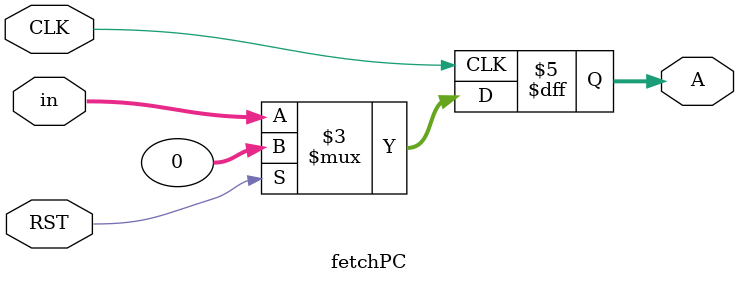
<source format=v>
`timescale 1ns / 1ps


module fetchPC(
    output reg [31:0] A,
    input  wire [31:0] in,
    input  wire        CLK,
    input  wire        RST
    );

    always @(posedge CLK) begin
        if (RST)
            A <= 32'h00000000;   // Reset PC to 0
        else
            A <= in;             // Load next PC on rising edge
    end

endmodule
</source>
